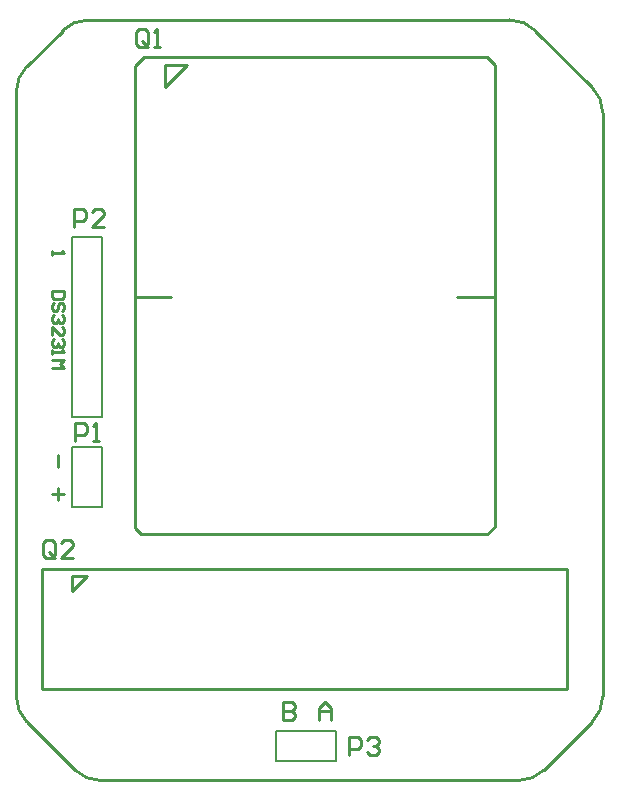
<source format=gto>
G04 Layer_Color=65535*
%FSLAX25Y25*%
%MOIN*%
G70*
G01*
G75*
%ADD11C,0.01000*%
%ADD18C,0.00787*%
D11*
X18500Y68000D02*
X23500D01*
X18500Y63000D02*
X23500Y68000D01*
X18500Y63000D02*
Y68000D01*
X8500Y70500D02*
X183500D01*
Y30500D02*
Y70500D01*
X8500Y30500D02*
X183500D01*
X8500D02*
Y70500D01*
X147000Y161000D02*
X159500D01*
X39500D02*
X51500D01*
X39500Y84000D02*
Y238000D01*
X42500Y241000D01*
X157000D01*
X159500Y238500D01*
Y84500D02*
Y238500D01*
X157000Y82000D02*
X159500Y84500D01*
X41500Y82000D02*
X157000D01*
X39500Y84000D02*
X41500Y82000D01*
X49500Y238500D02*
X57000D01*
X49500Y231000D02*
X57000Y238500D01*
X49500Y231000D02*
Y238500D01*
X19500Y113000D02*
Y118998D01*
X22499D01*
X23499Y117998D01*
Y115999D01*
X22499Y114999D01*
X19500D01*
X25498Y113000D02*
X27497D01*
X26498D01*
Y118998D01*
X25498Y117998D01*
X19100Y184400D02*
Y190398D01*
X22099D01*
X23099Y189398D01*
Y187399D01*
X22099Y186399D01*
X19100D01*
X29097Y184400D02*
X25098D01*
X29097Y188399D01*
Y189398D01*
X28097Y190398D01*
X26098D01*
X25098Y189398D01*
X111000Y8500D02*
Y14498D01*
X113999D01*
X114999Y13498D01*
Y11499D01*
X113999Y10499D01*
X111000D01*
X116998Y13498D02*
X117998Y14498D01*
X119997D01*
X120997Y13498D01*
Y12499D01*
X119997Y11499D01*
X118997D01*
X119997D01*
X120997Y10499D01*
Y9500D01*
X119997Y8500D01*
X117998D01*
X116998Y9500D01*
X43949Y245450D02*
Y249448D01*
X42949Y250448D01*
X40950D01*
X39950Y249448D01*
Y245450D01*
X40950Y244450D01*
X42949D01*
X41949Y246449D02*
X43949Y244450D01*
X42949D02*
X43949Y245450D01*
X45948Y244450D02*
X47947D01*
X46948D01*
Y250448D01*
X45948Y249448D01*
X12953Y75000D02*
Y78998D01*
X11953Y79998D01*
X9954D01*
X8954Y78998D01*
Y75000D01*
X9954Y74000D01*
X11953D01*
X10954Y75999D02*
X12953Y74000D01*
X11953D02*
X12953Y75000D01*
X18951Y74000D02*
X14952D01*
X18951Y77999D01*
Y78998D01*
X17951Y79998D01*
X15952D01*
X14952Y78998D01*
X13999Y108500D02*
Y104501D01*
Y97500D02*
Y93501D01*
X15998Y95501D02*
X12000D01*
X12000Y176500D02*
Y175188D01*
Y175844D01*
X15936D01*
X15280Y176500D01*
X15936Y163000D02*
X12000D01*
Y161032D01*
X12656Y160376D01*
X15280D01*
X15936Y161032D01*
Y163000D01*
X15280Y156440D02*
X15936Y157096D01*
Y158408D01*
X15280Y159064D01*
X14624D01*
X13968Y158408D01*
Y157096D01*
X13312Y156440D01*
X12656D01*
X12000Y157096D01*
Y158408D01*
X12656Y159064D01*
X15280Y155129D02*
X15936Y154473D01*
Y153161D01*
X15280Y152505D01*
X14624D01*
X13968Y153161D01*
Y153817D01*
Y153161D01*
X13312Y152505D01*
X12656D01*
X12000Y153161D01*
Y154473D01*
X12656Y155129D01*
X12000Y148569D02*
Y151193D01*
X14624Y148569D01*
X15280D01*
X15936Y149225D01*
Y150537D01*
X15280Y151193D01*
Y147257D02*
X15936Y146601D01*
Y145289D01*
X15280Y144633D01*
X14624D01*
X13968Y145289D01*
Y145945D01*
Y145289D01*
X13312Y144633D01*
X12656D01*
X12000Y145289D01*
Y146601D01*
X12656Y147257D01*
X12000Y143321D02*
Y142009D01*
Y142665D01*
X15936D01*
X15280Y143321D01*
X12000Y140041D02*
X15936D01*
X14624Y138730D01*
X15936Y137418D01*
X12000D01*
X89000Y25998D02*
Y20000D01*
X91999D01*
X92999Y21000D01*
Y21999D01*
X91999Y22999D01*
X89000D01*
X91999D01*
X92999Y23999D01*
Y24998D01*
X91999Y25998D01*
X89000D01*
X100996Y20000D02*
Y23999D01*
X102996Y25998D01*
X104995Y23999D01*
Y20000D01*
Y22999D01*
X100996D01*
X173036Y249964D02*
G03*
X164500Y253500I-8535J-8535D01*
G01*
X195500Y222500D02*
G03*
X191964Y231035I-12071J0D01*
G01*
Y19465D02*
G03*
X195500Y28000I-8535J8535D01*
G01*
X167500Y0D02*
G03*
X176035Y3536I0J12071D01*
G01*
X19465D02*
G03*
X28000Y0I8535J8535D01*
G01*
X0Y28000D02*
G03*
X3536Y19465I12071J0D01*
G01*
Y238035D02*
G03*
X0Y229500I8535J-8535D01*
G01*
X24000Y253500D02*
G03*
X15464Y249964I0J-12071D01*
G01*
X92000Y253500D02*
X164500D01*
X173036Y249964D02*
X191964Y231035D01*
X195500Y28000D02*
Y222500D01*
X176035Y3536D02*
X191964Y19465D01*
X28000Y0D02*
X167500D01*
X3536Y19465D02*
X19465Y3536D01*
X0Y28000D02*
Y229500D01*
X3536Y238035D02*
X15464Y249964D01*
X24000Y253500D02*
X92000D01*
D18*
X18500Y121000D02*
Y181000D01*
X28500Y121000D02*
Y181000D01*
X18500D02*
X28500D01*
X18500Y121000D02*
X28500D01*
Y91047D02*
Y111047D01*
X18500D02*
X28500D01*
X18500Y91047D02*
Y111047D01*
Y91047D02*
X28500D01*
X86500Y16500D02*
X106500D01*
X86500Y6500D02*
Y16500D01*
Y6500D02*
X106500D01*
Y16500D01*
M02*

</source>
